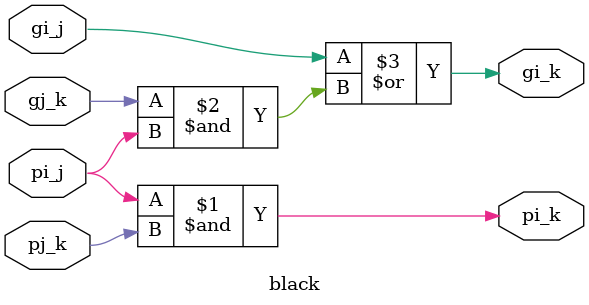
<source format=sv>
`timescale 1ns/1ps

module black(
  input  wire pi_j,
  input  wire gi_j,
  input  wire pj_k,
  input  wire gj_k,
  output wire pi_k,
  output wire gi_k
);

//  31... i ... j ... k ...0 in that order

assign pi_k = pi_j & pj_k;
assign gi_k = gi_j | (gj_k & pi_j);

endmodule

</source>
